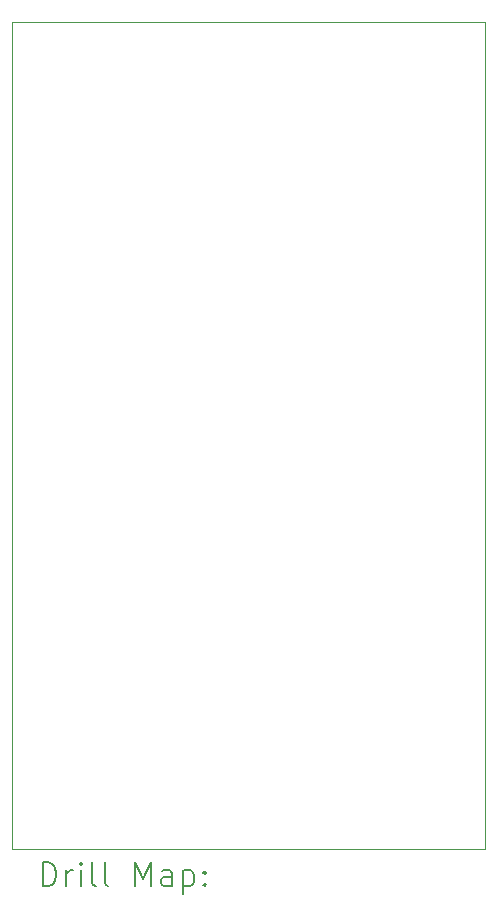
<source format=gbr>
%TF.GenerationSoftware,KiCad,Pcbnew,9.0.3*%
%TF.CreationDate,2025-07-25T19:12:14-07:00*%
%TF.ProjectId,kikard,6b696b61-7264-42e6-9b69-6361645f7063,rev?*%
%TF.SameCoordinates,Original*%
%TF.FileFunction,Drillmap*%
%TF.FilePolarity,Positive*%
%FSLAX45Y45*%
G04 Gerber Fmt 4.5, Leading zero omitted, Abs format (unit mm)*
G04 Created by KiCad (PCBNEW 9.0.3) date 2025-07-25 19:12:14*
%MOMM*%
%LPD*%
G01*
G04 APERTURE LIST*
%ADD10C,0.050000*%
%ADD11C,0.200000*%
G04 APERTURE END LIST*
D10*
X13000000Y-6500000D02*
X17000000Y-6500000D01*
X17000000Y-13500000D01*
X13000000Y-13500000D01*
X13000000Y-6500000D01*
D11*
X13258277Y-13813984D02*
X13258277Y-13613984D01*
X13258277Y-13613984D02*
X13305896Y-13613984D01*
X13305896Y-13613984D02*
X13334467Y-13623508D01*
X13334467Y-13623508D02*
X13353515Y-13642555D01*
X13353515Y-13642555D02*
X13363039Y-13661603D01*
X13363039Y-13661603D02*
X13372562Y-13699698D01*
X13372562Y-13699698D02*
X13372562Y-13728269D01*
X13372562Y-13728269D02*
X13363039Y-13766365D01*
X13363039Y-13766365D02*
X13353515Y-13785412D01*
X13353515Y-13785412D02*
X13334467Y-13804460D01*
X13334467Y-13804460D02*
X13305896Y-13813984D01*
X13305896Y-13813984D02*
X13258277Y-13813984D01*
X13458277Y-13813984D02*
X13458277Y-13680650D01*
X13458277Y-13718746D02*
X13467801Y-13699698D01*
X13467801Y-13699698D02*
X13477324Y-13690174D01*
X13477324Y-13690174D02*
X13496372Y-13680650D01*
X13496372Y-13680650D02*
X13515420Y-13680650D01*
X13582086Y-13813984D02*
X13582086Y-13680650D01*
X13582086Y-13613984D02*
X13572562Y-13623508D01*
X13572562Y-13623508D02*
X13582086Y-13633031D01*
X13582086Y-13633031D02*
X13591610Y-13623508D01*
X13591610Y-13623508D02*
X13582086Y-13613984D01*
X13582086Y-13613984D02*
X13582086Y-13633031D01*
X13705896Y-13813984D02*
X13686848Y-13804460D01*
X13686848Y-13804460D02*
X13677324Y-13785412D01*
X13677324Y-13785412D02*
X13677324Y-13613984D01*
X13810658Y-13813984D02*
X13791610Y-13804460D01*
X13791610Y-13804460D02*
X13782086Y-13785412D01*
X13782086Y-13785412D02*
X13782086Y-13613984D01*
X14039229Y-13813984D02*
X14039229Y-13613984D01*
X14039229Y-13613984D02*
X14105896Y-13756841D01*
X14105896Y-13756841D02*
X14172562Y-13613984D01*
X14172562Y-13613984D02*
X14172562Y-13813984D01*
X14353515Y-13813984D02*
X14353515Y-13709222D01*
X14353515Y-13709222D02*
X14343991Y-13690174D01*
X14343991Y-13690174D02*
X14324943Y-13680650D01*
X14324943Y-13680650D02*
X14286848Y-13680650D01*
X14286848Y-13680650D02*
X14267801Y-13690174D01*
X14353515Y-13804460D02*
X14334467Y-13813984D01*
X14334467Y-13813984D02*
X14286848Y-13813984D01*
X14286848Y-13813984D02*
X14267801Y-13804460D01*
X14267801Y-13804460D02*
X14258277Y-13785412D01*
X14258277Y-13785412D02*
X14258277Y-13766365D01*
X14258277Y-13766365D02*
X14267801Y-13747317D01*
X14267801Y-13747317D02*
X14286848Y-13737793D01*
X14286848Y-13737793D02*
X14334467Y-13737793D01*
X14334467Y-13737793D02*
X14353515Y-13728269D01*
X14448753Y-13680650D02*
X14448753Y-13880650D01*
X14448753Y-13690174D02*
X14467801Y-13680650D01*
X14467801Y-13680650D02*
X14505896Y-13680650D01*
X14505896Y-13680650D02*
X14524943Y-13690174D01*
X14524943Y-13690174D02*
X14534467Y-13699698D01*
X14534467Y-13699698D02*
X14543991Y-13718746D01*
X14543991Y-13718746D02*
X14543991Y-13775888D01*
X14543991Y-13775888D02*
X14534467Y-13794936D01*
X14534467Y-13794936D02*
X14524943Y-13804460D01*
X14524943Y-13804460D02*
X14505896Y-13813984D01*
X14505896Y-13813984D02*
X14467801Y-13813984D01*
X14467801Y-13813984D02*
X14448753Y-13804460D01*
X14629705Y-13794936D02*
X14639229Y-13804460D01*
X14639229Y-13804460D02*
X14629705Y-13813984D01*
X14629705Y-13813984D02*
X14620182Y-13804460D01*
X14620182Y-13804460D02*
X14629705Y-13794936D01*
X14629705Y-13794936D02*
X14629705Y-13813984D01*
X14629705Y-13690174D02*
X14639229Y-13699698D01*
X14639229Y-13699698D02*
X14629705Y-13709222D01*
X14629705Y-13709222D02*
X14620182Y-13699698D01*
X14620182Y-13699698D02*
X14629705Y-13690174D01*
X14629705Y-13690174D02*
X14629705Y-13709222D01*
M02*

</source>
